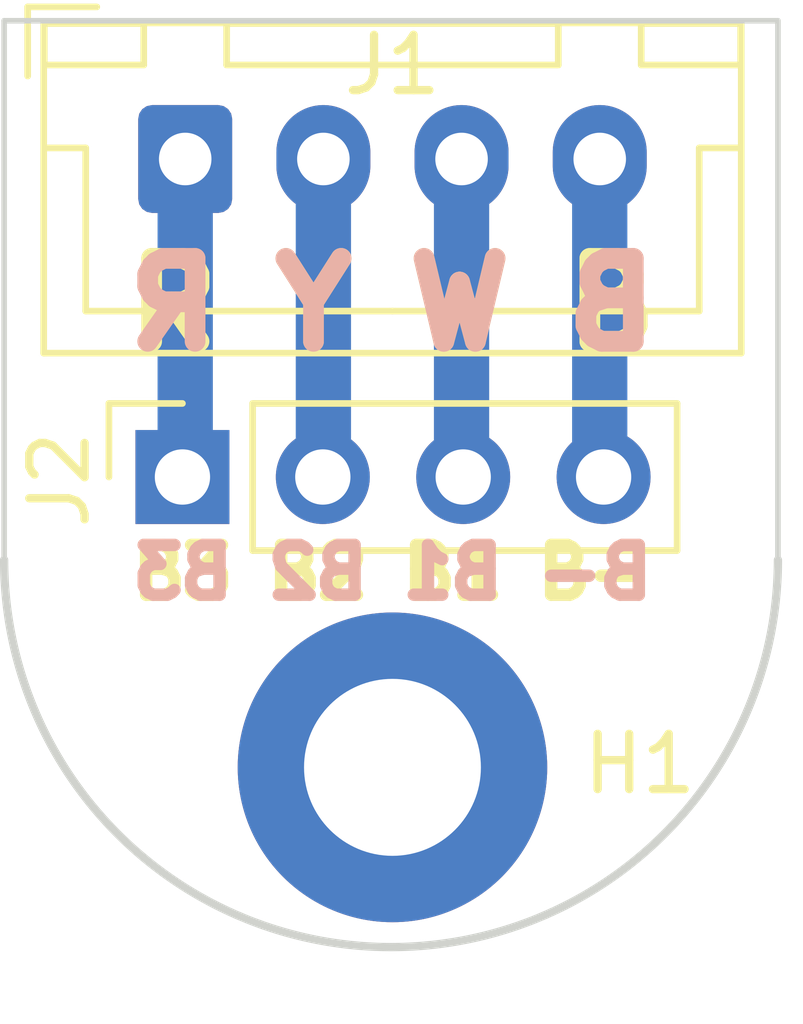
<source format=kicad_pcb>
(kicad_pcb (version 20221018) (generator pcbnew)
  (layers (0 "F.Cu" signal) (31 "B.Cu" signal) (34 "B.Paste" user) (35 "F.Paste" user) (36 "B.SilkS" user "B.Silkscreen") (37 "F.SilkS" user "F.Silkscreen") (38 "B.Mask" user) (39 "F.Mask" user) (44 "Edge.Cuts" user))
  (net 0 "")
  (net 2 "Net-(J1-Pin_1)")
  (net 3 "Net-(J1-Pin_2)")
  (net 4 "Net-(J1-Pin_3)")
  (net 5 "Net-(J1-Pin_4)")
  (footprint "Connector_PinSocket_2.54mm:PinSocket_1x04_P2.54mm_Vertical" (layer "F.Cu") (at 77.226 35.75 90)
    (fp_text reference "J2" (at -0.051 -2.226 90) (layer "F.SilkS"))
    (fp_text value "Conn_01x04_Pin")
    (fp_line (start -1.33 1.27) (end -1.33 8.95) (stroke (width 0.12)) (layer "F.SilkS"))
    (fp_line (start -1.33 1.27) (end 1.33 1.27) (stroke (width 0.12)) (layer "F.SilkS"))
    (fp_line (start -1.33 8.95) (end 1.33 8.95) (stroke (width 0.12)) (layer "F.SilkS"))
    (fp_line (start 0 -1.33) (end 1.33 -1.33) (stroke (width 0.12)) (layer "F.SilkS"))
    (fp_line (start 1.33 -1.33) (end 1.33 0) (stroke (width 0.12)) (layer "F.SilkS"))
    (fp_line (start 1.33 1.27) (end 1.33 8.95) (stroke (width 0.12)) (layer "F.SilkS"))
    (pad "1" thru_hole rect (at 0 0 90) (size 1.7 1.7) (drill 1) (layers "*.Cu" "*.Mask") (net 2 "Net-(J1-Pin_1)"))
    (pad "2" thru_hole oval (at 0 2.54 90) (size 1.7 1.7) (drill 1) (layers "*.Cu" "*.Mask") (net 3 "Net-(J1-Pin_2)"))
    (pad "3" thru_hole oval (at 0 5.08 90) (size 1.7 1.7) (drill 1) (layers "*.Cu" "*.Mask") (net 4 "Net-(J1-Pin_3)"))
    (pad "4" thru_hole oval (at 0 7.62 90) (size 1.7 1.7) (drill 1) (layers "*.Cu" "*.Mask") (net 5 "Net-(J1-Pin_4)"))
  )
  (footprint "MountingHole:MountingHole_3.2mm_M3_DIN965_Pad" (layer "F.Cu") (at 81.026 41)
    (fp_text reference "H1" (at 4.474 -0.061) (layer "F.SilkS"))
    (fp_text value "MountingHole")
    (pad "1" thru_hole circle (at 0 0) (size 5.6 5.6) (drill 3.2) (layers "*.Cu" "*.Mask"))
  )
  (footprint "Connector_JST:JST_XH_B4B-XH-A_1x04_P2.50mm_Vertical" (layer "F.Cu") (at 77.276 30)
    (fp_text reference "J1" (at 3.75 -1.7) (layer "F.SilkS"))
    (fp_text value "sonar_conn")
    (fp_line (start -2.85 -2.75) (end -2.85 -1.5) (stroke (width 0.12)) (layer "F.SilkS"))
    (fp_line (start -2.56 -2.46) (end -2.56 3.51) (stroke (width 0.12)) (layer "F.SilkS"))
    (fp_line (start -2.56 3.51) (end 10.06 3.51) (stroke (width 0.12)) (layer "F.SilkS"))
    (fp_line (start -2.55 -2.45) (end -2.55 -1.7) (stroke (width 0.12)) (layer "F.SilkS"))
    (fp_line (start -2.55 -1.7) (end -0.75 -1.7) (stroke (width 0.12)) (layer "F.SilkS"))
    (fp_line (start -2.55 -0.2) (end -1.8 -0.2) (stroke (width 0.12)) (layer "F.SilkS"))
    (fp_line (start -1.8 -0.2) (end -1.8 2.75) (stroke (width 0.12)) (layer "F.SilkS"))
    (fp_line (start -1.8 2.75) (end 3.75 2.75) (stroke (width 0.12)) (layer "F.SilkS"))
    (fp_line (start -1.6 -2.75) (end -2.85 -2.75) (stroke (width 0.12)) (layer "F.SilkS"))
    (fp_line (start -0.75 -2.45) (end -2.55 -2.45) (stroke (width 0.12)) (layer "F.SilkS"))
    (fp_line (start -0.75 -1.7) (end -0.75 -2.45) (stroke (width 0.12)) (layer "F.SilkS"))
    (fp_line (start 0.75 -2.45) (end 0.75 -1.7) (stroke (width 0.12)) (layer "F.SilkS"))
    (fp_line (start 0.75 -1.7) (end 6.75 -1.7) (stroke (width 0.12)) (layer "F.SilkS"))
    (fp_line (start 6.75 -2.45) (end 0.75 -2.45) (stroke (width 0.12)) (layer "F.SilkS"))
    (fp_line (start 6.75 -1.7) (end 6.75 -2.45) (stroke (width 0.12)) (layer "F.SilkS"))
    (fp_line (start 8.25 -2.45) (end 8.25 -1.7) (stroke (width 0.12)) (layer "F.SilkS"))
    (fp_line (start 8.25 -1.7) (end 10.05 -1.7) (stroke (width 0.12)) (layer "F.SilkS"))
    (fp_line (start 9.3 -0.2) (end 9.3 2.75) (stroke (width 0.12)) (layer "F.SilkS"))
    (fp_line (start 9.3 2.75) (end 3.75 2.75) (stroke (width 0.12)) (layer "F.SilkS"))
    (fp_line (start 10.05 -2.45) (end 8.25 -2.45) (stroke (width 0.12)) (layer "F.SilkS"))
    (fp_line (start 10.05 -1.7) (end 10.05 -2.45) (stroke (width 0.12)) (layer "F.SilkS"))
    (fp_line (start 10.05 -0.2) (end 9.3 -0.2) (stroke (width 0.12)) (layer "F.SilkS"))
    (fp_line (start 10.06 -2.46) (end -2.56 -2.46) (stroke (width 0.12)) (layer "F.SilkS"))
    (fp_line (start 10.06 3.51) (end 10.06 -2.46) (stroke (width 0.12)) (layer "F.SilkS"))
    (pad "1" thru_hole roundrect locked (at 0 0) (size 1.7 1.95) (drill 0.95) (layers "*.Cu" "*.Mask") (roundrect_rratio 0.1470588235) (net 2 "Net-(J1-Pin_1)"))
    (pad "2" thru_hole oval locked (at 2.5 0) (size 1.7 1.95) (drill 0.95) (layers "*.Cu" "*.Mask") (net 3 "Net-(J1-Pin_2)"))
    (pad "3" thru_hole oval locked (at 5 0) (size 1.7 1.95) (drill 0.95) (layers "*.Cu" "*.Mask") (net 4 "Net-(J1-Pin_3)"))
    (pad "4" thru_hole oval locked (at 7.5 0) (size 1.7 1.95) (drill 0.95) (layers "*.Cu" "*.Mask") (net 5 "Net-(J1-Pin_4)"))
  )
  (gr_line (start 74 37.25) (end 74 27.5) (stroke (width 0.1)) (layer "Edge.Cuts"))
  (gr_line (start 88 27.5) (end 88 37.25) (stroke (width 0.1)) (layer "Edge.Cuts"))
  (gr_arc (start 88 37.25) (mid 81 44.25) (end 74 37.25) (stroke (width 0.15)) (layer "Edge.Cuts"))
  (gr_line (start 74 27.5) (end 88 27.5) (stroke (width 0.1)) (layer "Edge.Cuts"))
  (gr_text "B- B1 B2 B3" (at 81.026 38) (layer "B.SilkS") (effects (font (size 0.9 0.9) (thickness 0.225) bold) (justify bottom mirror)))
  (gr_text "B W Y R" (at 81.026 33.5) (layer "B.SilkS") (effects (font (size 1.5 1.5) (thickness 0.375) bold) (justify bottom mirror)))
  (gr_text "B3 B2 B1 B-" (at 81.026 38) (layer "F.SilkS") (effects (font (size 0.9 0.9) (thickness 0.225) bold) (justify bottom)))
  (gr_text "R Y W B" (at 81.026 33.5) (layer "F.SilkS") (effects (font (size 1.5 1.5) (thickness 0.375) bold) (justify bottom)))
  (segment (start 77.276 30) (end 77.276 35.7) (width 1) (layer "B.Cu") (net 2))
  (segment (start 77.276 35.7) (end 77.226 35.75) (width 1) (layer "B.Cu") (net 2))
  (segment (start 79.776 35.74) (end 79.766 35.75) (width 1) (layer "B.Cu") (net 3))
  (segment (start 79.776 30) (end 79.776 35.74) (width 1) (layer "B.Cu") (net 3))
  (segment (start 82.276 35.72) (end 82.306 35.75) (width 1) (layer "B.Cu") (net 4))
  (segment (start 82.276 30) (end 82.276 35.72) (width 1) (layer "B.Cu") (net 4))
  (segment (start 84.776 35.68) (end 84.846 35.75) (width 1) (layer "B.Cu") (net 5))
  (segment (start 84.776 30) (end 84.776 35.68) (width 1) (layer "B.Cu") (net 5))
)
</source>
